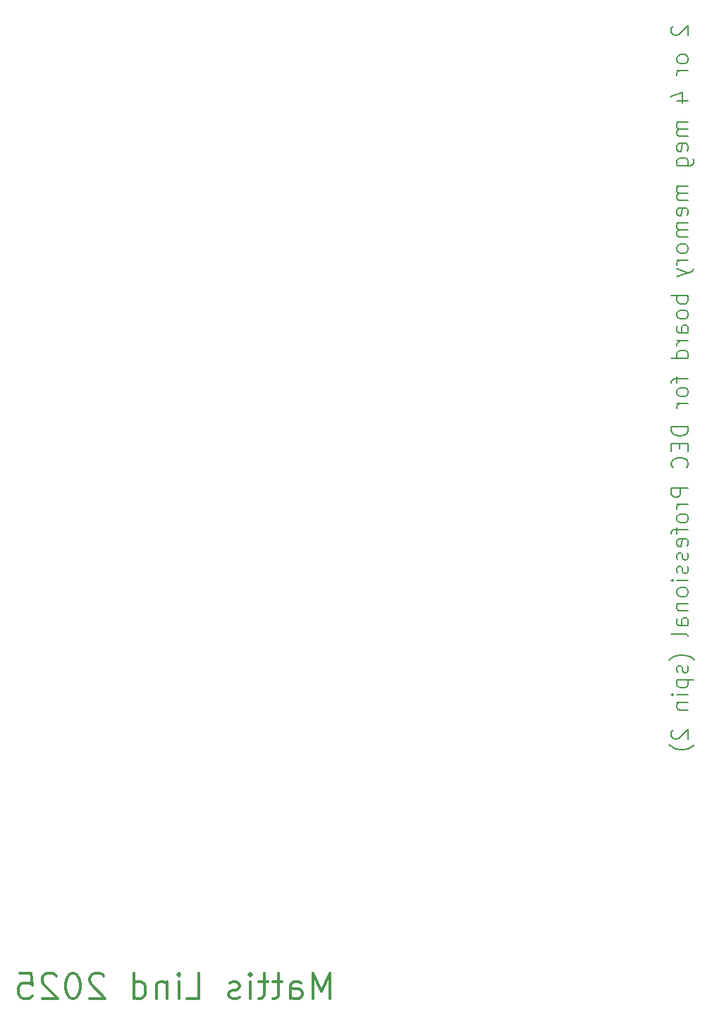
<source format=gbr>
%TF.GenerationSoftware,KiCad,Pcbnew,8.0.8*%
%TF.CreationDate,2025-08-07T21:20:29+02:00*%
%TF.ProjectId,DECPROMEM,44454350-524f-44d4-954d-2e6b69636164,rev?*%
%TF.SameCoordinates,Original*%
%TF.FileFunction,Legend,Bot*%
%TF.FilePolarity,Positive*%
%FSLAX46Y46*%
G04 Gerber Fmt 4.6, Leading zero omitted, Abs format (unit mm)*
G04 Created by KiCad (PCBNEW 8.0.8) date 2025-08-07 21:20:29*
%MOMM*%
%LPD*%
G01*
G04 APERTURE LIST*
%ADD10C,0.300000*%
%ADD11C,0.200000*%
G04 APERTURE END LIST*
D10*
X351945146Y-235481657D02*
X351945146Y-232481657D01*
X351945146Y-232481657D02*
X350945146Y-234624514D01*
X350945146Y-234624514D02*
X349945146Y-232481657D01*
X349945146Y-232481657D02*
X349945146Y-235481657D01*
X347230861Y-235481657D02*
X347230861Y-233910228D01*
X347230861Y-233910228D02*
X347373718Y-233624514D01*
X347373718Y-233624514D02*
X347659432Y-233481657D01*
X347659432Y-233481657D02*
X348230861Y-233481657D01*
X348230861Y-233481657D02*
X348516575Y-233624514D01*
X347230861Y-235338800D02*
X347516575Y-235481657D01*
X347516575Y-235481657D02*
X348230861Y-235481657D01*
X348230861Y-235481657D02*
X348516575Y-235338800D01*
X348516575Y-235338800D02*
X348659432Y-235053085D01*
X348659432Y-235053085D02*
X348659432Y-234767371D01*
X348659432Y-234767371D02*
X348516575Y-234481657D01*
X348516575Y-234481657D02*
X348230861Y-234338800D01*
X348230861Y-234338800D02*
X347516575Y-234338800D01*
X347516575Y-234338800D02*
X347230861Y-234195942D01*
X346230860Y-233481657D02*
X345088003Y-233481657D01*
X345802289Y-232481657D02*
X345802289Y-235053085D01*
X345802289Y-235053085D02*
X345659432Y-235338800D01*
X345659432Y-235338800D02*
X345373717Y-235481657D01*
X345373717Y-235481657D02*
X345088003Y-235481657D01*
X344516574Y-233481657D02*
X343373717Y-233481657D01*
X344088003Y-232481657D02*
X344088003Y-235053085D01*
X344088003Y-235053085D02*
X343945146Y-235338800D01*
X343945146Y-235338800D02*
X343659431Y-235481657D01*
X343659431Y-235481657D02*
X343373717Y-235481657D01*
X342373717Y-235481657D02*
X342373717Y-233481657D01*
X342373717Y-232481657D02*
X342516574Y-232624514D01*
X342516574Y-232624514D02*
X342373717Y-232767371D01*
X342373717Y-232767371D02*
X342230860Y-232624514D01*
X342230860Y-232624514D02*
X342373717Y-232481657D01*
X342373717Y-232481657D02*
X342373717Y-232767371D01*
X341088003Y-235338800D02*
X340802289Y-235481657D01*
X340802289Y-235481657D02*
X340230860Y-235481657D01*
X340230860Y-235481657D02*
X339945146Y-235338800D01*
X339945146Y-235338800D02*
X339802289Y-235053085D01*
X339802289Y-235053085D02*
X339802289Y-234910228D01*
X339802289Y-234910228D02*
X339945146Y-234624514D01*
X339945146Y-234624514D02*
X340230860Y-234481657D01*
X340230860Y-234481657D02*
X340659432Y-234481657D01*
X340659432Y-234481657D02*
X340945146Y-234338800D01*
X340945146Y-234338800D02*
X341088003Y-234053085D01*
X341088003Y-234053085D02*
X341088003Y-233910228D01*
X341088003Y-233910228D02*
X340945146Y-233624514D01*
X340945146Y-233624514D02*
X340659432Y-233481657D01*
X340659432Y-233481657D02*
X340230860Y-233481657D01*
X340230860Y-233481657D02*
X339945146Y-233624514D01*
X334802289Y-235481657D02*
X336230861Y-235481657D01*
X336230861Y-235481657D02*
X336230861Y-232481657D01*
X333802290Y-235481657D02*
X333802290Y-233481657D01*
X333802290Y-232481657D02*
X333945147Y-232624514D01*
X333945147Y-232624514D02*
X333802290Y-232767371D01*
X333802290Y-232767371D02*
X333659433Y-232624514D01*
X333659433Y-232624514D02*
X333802290Y-232481657D01*
X333802290Y-232481657D02*
X333802290Y-232767371D01*
X332373719Y-233481657D02*
X332373719Y-235481657D01*
X332373719Y-233767371D02*
X332230862Y-233624514D01*
X332230862Y-233624514D02*
X331945147Y-233481657D01*
X331945147Y-233481657D02*
X331516576Y-233481657D01*
X331516576Y-233481657D02*
X331230862Y-233624514D01*
X331230862Y-233624514D02*
X331088005Y-233910228D01*
X331088005Y-233910228D02*
X331088005Y-235481657D01*
X328373719Y-235481657D02*
X328373719Y-232481657D01*
X328373719Y-235338800D02*
X328659433Y-235481657D01*
X328659433Y-235481657D02*
X329230861Y-235481657D01*
X329230861Y-235481657D02*
X329516576Y-235338800D01*
X329516576Y-235338800D02*
X329659433Y-235195942D01*
X329659433Y-235195942D02*
X329802290Y-234910228D01*
X329802290Y-234910228D02*
X329802290Y-234053085D01*
X329802290Y-234053085D02*
X329659433Y-233767371D01*
X329659433Y-233767371D02*
X329516576Y-233624514D01*
X329516576Y-233624514D02*
X329230861Y-233481657D01*
X329230861Y-233481657D02*
X328659433Y-233481657D01*
X328659433Y-233481657D02*
X328373719Y-233624514D01*
X324802290Y-232767371D02*
X324659433Y-232624514D01*
X324659433Y-232624514D02*
X324373719Y-232481657D01*
X324373719Y-232481657D02*
X323659433Y-232481657D01*
X323659433Y-232481657D02*
X323373719Y-232624514D01*
X323373719Y-232624514D02*
X323230861Y-232767371D01*
X323230861Y-232767371D02*
X323088004Y-233053085D01*
X323088004Y-233053085D02*
X323088004Y-233338800D01*
X323088004Y-233338800D02*
X323230861Y-233767371D01*
X323230861Y-233767371D02*
X324945147Y-235481657D01*
X324945147Y-235481657D02*
X323088004Y-235481657D01*
X321230861Y-232481657D02*
X320945147Y-232481657D01*
X320945147Y-232481657D02*
X320659433Y-232624514D01*
X320659433Y-232624514D02*
X320516576Y-232767371D01*
X320516576Y-232767371D02*
X320373718Y-233053085D01*
X320373718Y-233053085D02*
X320230861Y-233624514D01*
X320230861Y-233624514D02*
X320230861Y-234338800D01*
X320230861Y-234338800D02*
X320373718Y-234910228D01*
X320373718Y-234910228D02*
X320516576Y-235195942D01*
X320516576Y-235195942D02*
X320659433Y-235338800D01*
X320659433Y-235338800D02*
X320945147Y-235481657D01*
X320945147Y-235481657D02*
X321230861Y-235481657D01*
X321230861Y-235481657D02*
X321516576Y-235338800D01*
X321516576Y-235338800D02*
X321659433Y-235195942D01*
X321659433Y-235195942D02*
X321802290Y-234910228D01*
X321802290Y-234910228D02*
X321945147Y-234338800D01*
X321945147Y-234338800D02*
X321945147Y-233624514D01*
X321945147Y-233624514D02*
X321802290Y-233053085D01*
X321802290Y-233053085D02*
X321659433Y-232767371D01*
X321659433Y-232767371D02*
X321516576Y-232624514D01*
X321516576Y-232624514D02*
X321230861Y-232481657D01*
X319088004Y-232767371D02*
X318945147Y-232624514D01*
X318945147Y-232624514D02*
X318659433Y-232481657D01*
X318659433Y-232481657D02*
X317945147Y-232481657D01*
X317945147Y-232481657D02*
X317659433Y-232624514D01*
X317659433Y-232624514D02*
X317516575Y-232767371D01*
X317516575Y-232767371D02*
X317373718Y-233053085D01*
X317373718Y-233053085D02*
X317373718Y-233338800D01*
X317373718Y-233338800D02*
X317516575Y-233767371D01*
X317516575Y-233767371D02*
X319230861Y-235481657D01*
X319230861Y-235481657D02*
X317373718Y-235481657D01*
X314659432Y-232481657D02*
X316088004Y-232481657D01*
X316088004Y-232481657D02*
X316230861Y-233910228D01*
X316230861Y-233910228D02*
X316088004Y-233767371D01*
X316088004Y-233767371D02*
X315802290Y-233624514D01*
X315802290Y-233624514D02*
X315088004Y-233624514D01*
X315088004Y-233624514D02*
X314802290Y-233767371D01*
X314802290Y-233767371D02*
X314659432Y-233910228D01*
X314659432Y-233910228D02*
X314516575Y-234195942D01*
X314516575Y-234195942D02*
X314516575Y-234910228D01*
X314516575Y-234910228D02*
X314659432Y-235195942D01*
X314659432Y-235195942D02*
X314802290Y-235338800D01*
X314802290Y-235338800D02*
X315088004Y-235481657D01*
X315088004Y-235481657D02*
X315802290Y-235481657D01*
X315802290Y-235481657D02*
X316088004Y-235338800D01*
X316088004Y-235338800D02*
X316230861Y-235195942D01*
D11*
X393159314Y-118749530D02*
X393064076Y-118844768D01*
X393064076Y-118844768D02*
X392968838Y-119035244D01*
X392968838Y-119035244D02*
X392968838Y-119511435D01*
X392968838Y-119511435D02*
X393064076Y-119701911D01*
X393064076Y-119701911D02*
X393159314Y-119797149D01*
X393159314Y-119797149D02*
X393349790Y-119892387D01*
X393349790Y-119892387D02*
X393540266Y-119892387D01*
X393540266Y-119892387D02*
X393825980Y-119797149D01*
X393825980Y-119797149D02*
X394968838Y-118654292D01*
X394968838Y-118654292D02*
X394968838Y-119892387D01*
X394968838Y-122559054D02*
X394873600Y-122368578D01*
X394873600Y-122368578D02*
X394778361Y-122273340D01*
X394778361Y-122273340D02*
X394587885Y-122178102D01*
X394587885Y-122178102D02*
X394016457Y-122178102D01*
X394016457Y-122178102D02*
X393825980Y-122273340D01*
X393825980Y-122273340D02*
X393730742Y-122368578D01*
X393730742Y-122368578D02*
X393635504Y-122559054D01*
X393635504Y-122559054D02*
X393635504Y-122844769D01*
X393635504Y-122844769D02*
X393730742Y-123035245D01*
X393730742Y-123035245D02*
X393825980Y-123130483D01*
X393825980Y-123130483D02*
X394016457Y-123225721D01*
X394016457Y-123225721D02*
X394587885Y-123225721D01*
X394587885Y-123225721D02*
X394778361Y-123130483D01*
X394778361Y-123130483D02*
X394873600Y-123035245D01*
X394873600Y-123035245D02*
X394968838Y-122844769D01*
X394968838Y-122844769D02*
X394968838Y-122559054D01*
X394968838Y-124082864D02*
X393635504Y-124082864D01*
X394016457Y-124082864D02*
X393825980Y-124178102D01*
X393825980Y-124178102D02*
X393730742Y-124273340D01*
X393730742Y-124273340D02*
X393635504Y-124463816D01*
X393635504Y-124463816D02*
X393635504Y-124654293D01*
X393635504Y-127701912D02*
X394968838Y-127701912D01*
X392873600Y-127225721D02*
X394302171Y-126749531D01*
X394302171Y-126749531D02*
X394302171Y-127987626D01*
X394968838Y-130273341D02*
X393635504Y-130273341D01*
X393825980Y-130273341D02*
X393730742Y-130368579D01*
X393730742Y-130368579D02*
X393635504Y-130559055D01*
X393635504Y-130559055D02*
X393635504Y-130844770D01*
X393635504Y-130844770D02*
X393730742Y-131035246D01*
X393730742Y-131035246D02*
X393921219Y-131130484D01*
X393921219Y-131130484D02*
X394968838Y-131130484D01*
X393921219Y-131130484D02*
X393730742Y-131225722D01*
X393730742Y-131225722D02*
X393635504Y-131416198D01*
X393635504Y-131416198D02*
X393635504Y-131701912D01*
X393635504Y-131701912D02*
X393730742Y-131892389D01*
X393730742Y-131892389D02*
X393921219Y-131987627D01*
X393921219Y-131987627D02*
X394968838Y-131987627D01*
X394873600Y-133701913D02*
X394968838Y-133511437D01*
X394968838Y-133511437D02*
X394968838Y-133130484D01*
X394968838Y-133130484D02*
X394873600Y-132940008D01*
X394873600Y-132940008D02*
X394683123Y-132844770D01*
X394683123Y-132844770D02*
X393921219Y-132844770D01*
X393921219Y-132844770D02*
X393730742Y-132940008D01*
X393730742Y-132940008D02*
X393635504Y-133130484D01*
X393635504Y-133130484D02*
X393635504Y-133511437D01*
X393635504Y-133511437D02*
X393730742Y-133701913D01*
X393730742Y-133701913D02*
X393921219Y-133797151D01*
X393921219Y-133797151D02*
X394111695Y-133797151D01*
X394111695Y-133797151D02*
X394302171Y-132844770D01*
X393635504Y-135511437D02*
X395254552Y-135511437D01*
X395254552Y-135511437D02*
X395445028Y-135416199D01*
X395445028Y-135416199D02*
X395540266Y-135320961D01*
X395540266Y-135320961D02*
X395635504Y-135130484D01*
X395635504Y-135130484D02*
X395635504Y-134844770D01*
X395635504Y-134844770D02*
X395540266Y-134654294D01*
X394873600Y-135511437D02*
X394968838Y-135320961D01*
X394968838Y-135320961D02*
X394968838Y-134940008D01*
X394968838Y-134940008D02*
X394873600Y-134749532D01*
X394873600Y-134749532D02*
X394778361Y-134654294D01*
X394778361Y-134654294D02*
X394587885Y-134559056D01*
X394587885Y-134559056D02*
X394016457Y-134559056D01*
X394016457Y-134559056D02*
X393825980Y-134654294D01*
X393825980Y-134654294D02*
X393730742Y-134749532D01*
X393730742Y-134749532D02*
X393635504Y-134940008D01*
X393635504Y-134940008D02*
X393635504Y-135320961D01*
X393635504Y-135320961D02*
X393730742Y-135511437D01*
X394968838Y-137987628D02*
X393635504Y-137987628D01*
X393825980Y-137987628D02*
X393730742Y-138082866D01*
X393730742Y-138082866D02*
X393635504Y-138273342D01*
X393635504Y-138273342D02*
X393635504Y-138559057D01*
X393635504Y-138559057D02*
X393730742Y-138749533D01*
X393730742Y-138749533D02*
X393921219Y-138844771D01*
X393921219Y-138844771D02*
X394968838Y-138844771D01*
X393921219Y-138844771D02*
X393730742Y-138940009D01*
X393730742Y-138940009D02*
X393635504Y-139130485D01*
X393635504Y-139130485D02*
X393635504Y-139416199D01*
X393635504Y-139416199D02*
X393730742Y-139606676D01*
X393730742Y-139606676D02*
X393921219Y-139701914D01*
X393921219Y-139701914D02*
X394968838Y-139701914D01*
X394873600Y-141416200D02*
X394968838Y-141225724D01*
X394968838Y-141225724D02*
X394968838Y-140844771D01*
X394968838Y-140844771D02*
X394873600Y-140654295D01*
X394873600Y-140654295D02*
X394683123Y-140559057D01*
X394683123Y-140559057D02*
X393921219Y-140559057D01*
X393921219Y-140559057D02*
X393730742Y-140654295D01*
X393730742Y-140654295D02*
X393635504Y-140844771D01*
X393635504Y-140844771D02*
X393635504Y-141225724D01*
X393635504Y-141225724D02*
X393730742Y-141416200D01*
X393730742Y-141416200D02*
X393921219Y-141511438D01*
X393921219Y-141511438D02*
X394111695Y-141511438D01*
X394111695Y-141511438D02*
X394302171Y-140559057D01*
X394968838Y-142368581D02*
X393635504Y-142368581D01*
X393825980Y-142368581D02*
X393730742Y-142463819D01*
X393730742Y-142463819D02*
X393635504Y-142654295D01*
X393635504Y-142654295D02*
X393635504Y-142940010D01*
X393635504Y-142940010D02*
X393730742Y-143130486D01*
X393730742Y-143130486D02*
X393921219Y-143225724D01*
X393921219Y-143225724D02*
X394968838Y-143225724D01*
X393921219Y-143225724D02*
X393730742Y-143320962D01*
X393730742Y-143320962D02*
X393635504Y-143511438D01*
X393635504Y-143511438D02*
X393635504Y-143797152D01*
X393635504Y-143797152D02*
X393730742Y-143987629D01*
X393730742Y-143987629D02*
X393921219Y-144082867D01*
X393921219Y-144082867D02*
X394968838Y-144082867D01*
X394968838Y-145320962D02*
X394873600Y-145130486D01*
X394873600Y-145130486D02*
X394778361Y-145035248D01*
X394778361Y-145035248D02*
X394587885Y-144940010D01*
X394587885Y-144940010D02*
X394016457Y-144940010D01*
X394016457Y-144940010D02*
X393825980Y-145035248D01*
X393825980Y-145035248D02*
X393730742Y-145130486D01*
X393730742Y-145130486D02*
X393635504Y-145320962D01*
X393635504Y-145320962D02*
X393635504Y-145606677D01*
X393635504Y-145606677D02*
X393730742Y-145797153D01*
X393730742Y-145797153D02*
X393825980Y-145892391D01*
X393825980Y-145892391D02*
X394016457Y-145987629D01*
X394016457Y-145987629D02*
X394587885Y-145987629D01*
X394587885Y-145987629D02*
X394778361Y-145892391D01*
X394778361Y-145892391D02*
X394873600Y-145797153D01*
X394873600Y-145797153D02*
X394968838Y-145606677D01*
X394968838Y-145606677D02*
X394968838Y-145320962D01*
X394968838Y-146844772D02*
X393635504Y-146844772D01*
X394016457Y-146844772D02*
X393825980Y-146940010D01*
X393825980Y-146940010D02*
X393730742Y-147035248D01*
X393730742Y-147035248D02*
X393635504Y-147225724D01*
X393635504Y-147225724D02*
X393635504Y-147416201D01*
X393635504Y-147892391D02*
X394968838Y-148368581D01*
X393635504Y-148844772D02*
X394968838Y-148368581D01*
X394968838Y-148368581D02*
X395445028Y-148178105D01*
X395445028Y-148178105D02*
X395540266Y-148082867D01*
X395540266Y-148082867D02*
X395635504Y-147892391D01*
X394968838Y-151130487D02*
X392968838Y-151130487D01*
X393730742Y-151130487D02*
X393635504Y-151320963D01*
X393635504Y-151320963D02*
X393635504Y-151701916D01*
X393635504Y-151701916D02*
X393730742Y-151892392D01*
X393730742Y-151892392D02*
X393825980Y-151987630D01*
X393825980Y-151987630D02*
X394016457Y-152082868D01*
X394016457Y-152082868D02*
X394587885Y-152082868D01*
X394587885Y-152082868D02*
X394778361Y-151987630D01*
X394778361Y-151987630D02*
X394873600Y-151892392D01*
X394873600Y-151892392D02*
X394968838Y-151701916D01*
X394968838Y-151701916D02*
X394968838Y-151320963D01*
X394968838Y-151320963D02*
X394873600Y-151130487D01*
X394968838Y-153225725D02*
X394873600Y-153035249D01*
X394873600Y-153035249D02*
X394778361Y-152940011D01*
X394778361Y-152940011D02*
X394587885Y-152844773D01*
X394587885Y-152844773D02*
X394016457Y-152844773D01*
X394016457Y-152844773D02*
X393825980Y-152940011D01*
X393825980Y-152940011D02*
X393730742Y-153035249D01*
X393730742Y-153035249D02*
X393635504Y-153225725D01*
X393635504Y-153225725D02*
X393635504Y-153511440D01*
X393635504Y-153511440D02*
X393730742Y-153701916D01*
X393730742Y-153701916D02*
X393825980Y-153797154D01*
X393825980Y-153797154D02*
X394016457Y-153892392D01*
X394016457Y-153892392D02*
X394587885Y-153892392D01*
X394587885Y-153892392D02*
X394778361Y-153797154D01*
X394778361Y-153797154D02*
X394873600Y-153701916D01*
X394873600Y-153701916D02*
X394968838Y-153511440D01*
X394968838Y-153511440D02*
X394968838Y-153225725D01*
X394968838Y-155606678D02*
X393921219Y-155606678D01*
X393921219Y-155606678D02*
X393730742Y-155511440D01*
X393730742Y-155511440D02*
X393635504Y-155320964D01*
X393635504Y-155320964D02*
X393635504Y-154940011D01*
X393635504Y-154940011D02*
X393730742Y-154749535D01*
X394873600Y-155606678D02*
X394968838Y-155416202D01*
X394968838Y-155416202D02*
X394968838Y-154940011D01*
X394968838Y-154940011D02*
X394873600Y-154749535D01*
X394873600Y-154749535D02*
X394683123Y-154654297D01*
X394683123Y-154654297D02*
X394492647Y-154654297D01*
X394492647Y-154654297D02*
X394302171Y-154749535D01*
X394302171Y-154749535D02*
X394206933Y-154940011D01*
X394206933Y-154940011D02*
X394206933Y-155416202D01*
X394206933Y-155416202D02*
X394111695Y-155606678D01*
X394968838Y-156559059D02*
X393635504Y-156559059D01*
X394016457Y-156559059D02*
X393825980Y-156654297D01*
X393825980Y-156654297D02*
X393730742Y-156749535D01*
X393730742Y-156749535D02*
X393635504Y-156940011D01*
X393635504Y-156940011D02*
X393635504Y-157130488D01*
X394968838Y-158654297D02*
X392968838Y-158654297D01*
X394873600Y-158654297D02*
X394968838Y-158463821D01*
X394968838Y-158463821D02*
X394968838Y-158082868D01*
X394968838Y-158082868D02*
X394873600Y-157892392D01*
X394873600Y-157892392D02*
X394778361Y-157797154D01*
X394778361Y-157797154D02*
X394587885Y-157701916D01*
X394587885Y-157701916D02*
X394016457Y-157701916D01*
X394016457Y-157701916D02*
X393825980Y-157797154D01*
X393825980Y-157797154D02*
X393730742Y-157892392D01*
X393730742Y-157892392D02*
X393635504Y-158082868D01*
X393635504Y-158082868D02*
X393635504Y-158463821D01*
X393635504Y-158463821D02*
X393730742Y-158654297D01*
X393635504Y-160844774D02*
X393635504Y-161606678D01*
X394968838Y-161130488D02*
X393254552Y-161130488D01*
X393254552Y-161130488D02*
X393064076Y-161225726D01*
X393064076Y-161225726D02*
X392968838Y-161416202D01*
X392968838Y-161416202D02*
X392968838Y-161606678D01*
X394968838Y-162559059D02*
X394873600Y-162368583D01*
X394873600Y-162368583D02*
X394778361Y-162273345D01*
X394778361Y-162273345D02*
X394587885Y-162178107D01*
X394587885Y-162178107D02*
X394016457Y-162178107D01*
X394016457Y-162178107D02*
X393825980Y-162273345D01*
X393825980Y-162273345D02*
X393730742Y-162368583D01*
X393730742Y-162368583D02*
X393635504Y-162559059D01*
X393635504Y-162559059D02*
X393635504Y-162844774D01*
X393635504Y-162844774D02*
X393730742Y-163035250D01*
X393730742Y-163035250D02*
X393825980Y-163130488D01*
X393825980Y-163130488D02*
X394016457Y-163225726D01*
X394016457Y-163225726D02*
X394587885Y-163225726D01*
X394587885Y-163225726D02*
X394778361Y-163130488D01*
X394778361Y-163130488D02*
X394873600Y-163035250D01*
X394873600Y-163035250D02*
X394968838Y-162844774D01*
X394968838Y-162844774D02*
X394968838Y-162559059D01*
X394968838Y-164082869D02*
X393635504Y-164082869D01*
X394016457Y-164082869D02*
X393825980Y-164178107D01*
X393825980Y-164178107D02*
X393730742Y-164273345D01*
X393730742Y-164273345D02*
X393635504Y-164463821D01*
X393635504Y-164463821D02*
X393635504Y-164654298D01*
X394968838Y-166844774D02*
X392968838Y-166844774D01*
X392968838Y-166844774D02*
X392968838Y-167320964D01*
X392968838Y-167320964D02*
X393064076Y-167606679D01*
X393064076Y-167606679D02*
X393254552Y-167797155D01*
X393254552Y-167797155D02*
X393445028Y-167892393D01*
X393445028Y-167892393D02*
X393825980Y-167987631D01*
X393825980Y-167987631D02*
X394111695Y-167987631D01*
X394111695Y-167987631D02*
X394492647Y-167892393D01*
X394492647Y-167892393D02*
X394683123Y-167797155D01*
X394683123Y-167797155D02*
X394873600Y-167606679D01*
X394873600Y-167606679D02*
X394968838Y-167320964D01*
X394968838Y-167320964D02*
X394968838Y-166844774D01*
X393921219Y-168844774D02*
X393921219Y-169511441D01*
X394968838Y-169797155D02*
X394968838Y-168844774D01*
X394968838Y-168844774D02*
X392968838Y-168844774D01*
X392968838Y-168844774D02*
X392968838Y-169797155D01*
X394778361Y-171797155D02*
X394873600Y-171701917D01*
X394873600Y-171701917D02*
X394968838Y-171416203D01*
X394968838Y-171416203D02*
X394968838Y-171225727D01*
X394968838Y-171225727D02*
X394873600Y-170940012D01*
X394873600Y-170940012D02*
X394683123Y-170749536D01*
X394683123Y-170749536D02*
X394492647Y-170654298D01*
X394492647Y-170654298D02*
X394111695Y-170559060D01*
X394111695Y-170559060D02*
X393825980Y-170559060D01*
X393825980Y-170559060D02*
X393445028Y-170654298D01*
X393445028Y-170654298D02*
X393254552Y-170749536D01*
X393254552Y-170749536D02*
X393064076Y-170940012D01*
X393064076Y-170940012D02*
X392968838Y-171225727D01*
X392968838Y-171225727D02*
X392968838Y-171416203D01*
X392968838Y-171416203D02*
X393064076Y-171701917D01*
X393064076Y-171701917D02*
X393159314Y-171797155D01*
X394968838Y-174178108D02*
X392968838Y-174178108D01*
X392968838Y-174178108D02*
X392968838Y-174940013D01*
X392968838Y-174940013D02*
X393064076Y-175130489D01*
X393064076Y-175130489D02*
X393159314Y-175225727D01*
X393159314Y-175225727D02*
X393349790Y-175320965D01*
X393349790Y-175320965D02*
X393635504Y-175320965D01*
X393635504Y-175320965D02*
X393825980Y-175225727D01*
X393825980Y-175225727D02*
X393921219Y-175130489D01*
X393921219Y-175130489D02*
X394016457Y-174940013D01*
X394016457Y-174940013D02*
X394016457Y-174178108D01*
X394968838Y-176178108D02*
X393635504Y-176178108D01*
X394016457Y-176178108D02*
X393825980Y-176273346D01*
X393825980Y-176273346D02*
X393730742Y-176368584D01*
X393730742Y-176368584D02*
X393635504Y-176559060D01*
X393635504Y-176559060D02*
X393635504Y-176749537D01*
X394968838Y-177701917D02*
X394873600Y-177511441D01*
X394873600Y-177511441D02*
X394778361Y-177416203D01*
X394778361Y-177416203D02*
X394587885Y-177320965D01*
X394587885Y-177320965D02*
X394016457Y-177320965D01*
X394016457Y-177320965D02*
X393825980Y-177416203D01*
X393825980Y-177416203D02*
X393730742Y-177511441D01*
X393730742Y-177511441D02*
X393635504Y-177701917D01*
X393635504Y-177701917D02*
X393635504Y-177987632D01*
X393635504Y-177987632D02*
X393730742Y-178178108D01*
X393730742Y-178178108D02*
X393825980Y-178273346D01*
X393825980Y-178273346D02*
X394016457Y-178368584D01*
X394016457Y-178368584D02*
X394587885Y-178368584D01*
X394587885Y-178368584D02*
X394778361Y-178273346D01*
X394778361Y-178273346D02*
X394873600Y-178178108D01*
X394873600Y-178178108D02*
X394968838Y-177987632D01*
X394968838Y-177987632D02*
X394968838Y-177701917D01*
X393635504Y-178940013D02*
X393635504Y-179701917D01*
X394968838Y-179225727D02*
X393254552Y-179225727D01*
X393254552Y-179225727D02*
X393064076Y-179320965D01*
X393064076Y-179320965D02*
X392968838Y-179511441D01*
X392968838Y-179511441D02*
X392968838Y-179701917D01*
X394873600Y-181130489D02*
X394968838Y-180940013D01*
X394968838Y-180940013D02*
X394968838Y-180559060D01*
X394968838Y-180559060D02*
X394873600Y-180368584D01*
X394873600Y-180368584D02*
X394683123Y-180273346D01*
X394683123Y-180273346D02*
X393921219Y-180273346D01*
X393921219Y-180273346D02*
X393730742Y-180368584D01*
X393730742Y-180368584D02*
X393635504Y-180559060D01*
X393635504Y-180559060D02*
X393635504Y-180940013D01*
X393635504Y-180940013D02*
X393730742Y-181130489D01*
X393730742Y-181130489D02*
X393921219Y-181225727D01*
X393921219Y-181225727D02*
X394111695Y-181225727D01*
X394111695Y-181225727D02*
X394302171Y-180273346D01*
X394873600Y-181987632D02*
X394968838Y-182178108D01*
X394968838Y-182178108D02*
X394968838Y-182559060D01*
X394968838Y-182559060D02*
X394873600Y-182749537D01*
X394873600Y-182749537D02*
X394683123Y-182844775D01*
X394683123Y-182844775D02*
X394587885Y-182844775D01*
X394587885Y-182844775D02*
X394397409Y-182749537D01*
X394397409Y-182749537D02*
X394302171Y-182559060D01*
X394302171Y-182559060D02*
X394302171Y-182273346D01*
X394302171Y-182273346D02*
X394206933Y-182082870D01*
X394206933Y-182082870D02*
X394016457Y-181987632D01*
X394016457Y-181987632D02*
X393921219Y-181987632D01*
X393921219Y-181987632D02*
X393730742Y-182082870D01*
X393730742Y-182082870D02*
X393635504Y-182273346D01*
X393635504Y-182273346D02*
X393635504Y-182559060D01*
X393635504Y-182559060D02*
X393730742Y-182749537D01*
X394873600Y-183606680D02*
X394968838Y-183797156D01*
X394968838Y-183797156D02*
X394968838Y-184178108D01*
X394968838Y-184178108D02*
X394873600Y-184368585D01*
X394873600Y-184368585D02*
X394683123Y-184463823D01*
X394683123Y-184463823D02*
X394587885Y-184463823D01*
X394587885Y-184463823D02*
X394397409Y-184368585D01*
X394397409Y-184368585D02*
X394302171Y-184178108D01*
X394302171Y-184178108D02*
X394302171Y-183892394D01*
X394302171Y-183892394D02*
X394206933Y-183701918D01*
X394206933Y-183701918D02*
X394016457Y-183606680D01*
X394016457Y-183606680D02*
X393921219Y-183606680D01*
X393921219Y-183606680D02*
X393730742Y-183701918D01*
X393730742Y-183701918D02*
X393635504Y-183892394D01*
X393635504Y-183892394D02*
X393635504Y-184178108D01*
X393635504Y-184178108D02*
X393730742Y-184368585D01*
X394968838Y-185320966D02*
X393635504Y-185320966D01*
X392968838Y-185320966D02*
X393064076Y-185225728D01*
X393064076Y-185225728D02*
X393159314Y-185320966D01*
X393159314Y-185320966D02*
X393064076Y-185416204D01*
X393064076Y-185416204D02*
X392968838Y-185320966D01*
X392968838Y-185320966D02*
X393159314Y-185320966D01*
X394968838Y-186559061D02*
X394873600Y-186368585D01*
X394873600Y-186368585D02*
X394778361Y-186273347D01*
X394778361Y-186273347D02*
X394587885Y-186178109D01*
X394587885Y-186178109D02*
X394016457Y-186178109D01*
X394016457Y-186178109D02*
X393825980Y-186273347D01*
X393825980Y-186273347D02*
X393730742Y-186368585D01*
X393730742Y-186368585D02*
X393635504Y-186559061D01*
X393635504Y-186559061D02*
X393635504Y-186844776D01*
X393635504Y-186844776D02*
X393730742Y-187035252D01*
X393730742Y-187035252D02*
X393825980Y-187130490D01*
X393825980Y-187130490D02*
X394016457Y-187225728D01*
X394016457Y-187225728D02*
X394587885Y-187225728D01*
X394587885Y-187225728D02*
X394778361Y-187130490D01*
X394778361Y-187130490D02*
X394873600Y-187035252D01*
X394873600Y-187035252D02*
X394968838Y-186844776D01*
X394968838Y-186844776D02*
X394968838Y-186559061D01*
X393635504Y-188082871D02*
X394968838Y-188082871D01*
X393825980Y-188082871D02*
X393730742Y-188178109D01*
X393730742Y-188178109D02*
X393635504Y-188368585D01*
X393635504Y-188368585D02*
X393635504Y-188654300D01*
X393635504Y-188654300D02*
X393730742Y-188844776D01*
X393730742Y-188844776D02*
X393921219Y-188940014D01*
X393921219Y-188940014D02*
X394968838Y-188940014D01*
X394968838Y-190749538D02*
X393921219Y-190749538D01*
X393921219Y-190749538D02*
X393730742Y-190654300D01*
X393730742Y-190654300D02*
X393635504Y-190463824D01*
X393635504Y-190463824D02*
X393635504Y-190082871D01*
X393635504Y-190082871D02*
X393730742Y-189892395D01*
X394873600Y-190749538D02*
X394968838Y-190559062D01*
X394968838Y-190559062D02*
X394968838Y-190082871D01*
X394968838Y-190082871D02*
X394873600Y-189892395D01*
X394873600Y-189892395D02*
X394683123Y-189797157D01*
X394683123Y-189797157D02*
X394492647Y-189797157D01*
X394492647Y-189797157D02*
X394302171Y-189892395D01*
X394302171Y-189892395D02*
X394206933Y-190082871D01*
X394206933Y-190082871D02*
X394206933Y-190559062D01*
X394206933Y-190559062D02*
X394111695Y-190749538D01*
X394968838Y-191987633D02*
X394873600Y-191797157D01*
X394873600Y-191797157D02*
X394683123Y-191701919D01*
X394683123Y-191701919D02*
X392968838Y-191701919D01*
X395730742Y-194844777D02*
X395635504Y-194749538D01*
X395635504Y-194749538D02*
X395349790Y-194559062D01*
X395349790Y-194559062D02*
X395159314Y-194463824D01*
X395159314Y-194463824D02*
X394873600Y-194368586D01*
X394873600Y-194368586D02*
X394397409Y-194273348D01*
X394397409Y-194273348D02*
X394016457Y-194273348D01*
X394016457Y-194273348D02*
X393540266Y-194368586D01*
X393540266Y-194368586D02*
X393254552Y-194463824D01*
X393254552Y-194463824D02*
X393064076Y-194559062D01*
X393064076Y-194559062D02*
X392778361Y-194749538D01*
X392778361Y-194749538D02*
X392683123Y-194844777D01*
X394873600Y-195511443D02*
X394968838Y-195701919D01*
X394968838Y-195701919D02*
X394968838Y-196082871D01*
X394968838Y-196082871D02*
X394873600Y-196273348D01*
X394873600Y-196273348D02*
X394683123Y-196368586D01*
X394683123Y-196368586D02*
X394587885Y-196368586D01*
X394587885Y-196368586D02*
X394397409Y-196273348D01*
X394397409Y-196273348D02*
X394302171Y-196082871D01*
X394302171Y-196082871D02*
X394302171Y-195797157D01*
X394302171Y-195797157D02*
X394206933Y-195606681D01*
X394206933Y-195606681D02*
X394016457Y-195511443D01*
X394016457Y-195511443D02*
X393921219Y-195511443D01*
X393921219Y-195511443D02*
X393730742Y-195606681D01*
X393730742Y-195606681D02*
X393635504Y-195797157D01*
X393635504Y-195797157D02*
X393635504Y-196082871D01*
X393635504Y-196082871D02*
X393730742Y-196273348D01*
X393635504Y-197225729D02*
X395635504Y-197225729D01*
X393730742Y-197225729D02*
X393635504Y-197416205D01*
X393635504Y-197416205D02*
X393635504Y-197797158D01*
X393635504Y-197797158D02*
X393730742Y-197987634D01*
X393730742Y-197987634D02*
X393825980Y-198082872D01*
X393825980Y-198082872D02*
X394016457Y-198178110D01*
X394016457Y-198178110D02*
X394587885Y-198178110D01*
X394587885Y-198178110D02*
X394778361Y-198082872D01*
X394778361Y-198082872D02*
X394873600Y-197987634D01*
X394873600Y-197987634D02*
X394968838Y-197797158D01*
X394968838Y-197797158D02*
X394968838Y-197416205D01*
X394968838Y-197416205D02*
X394873600Y-197225729D01*
X394968838Y-199035253D02*
X393635504Y-199035253D01*
X392968838Y-199035253D02*
X393064076Y-198940015D01*
X393064076Y-198940015D02*
X393159314Y-199035253D01*
X393159314Y-199035253D02*
X393064076Y-199130491D01*
X393064076Y-199130491D02*
X392968838Y-199035253D01*
X392968838Y-199035253D02*
X393159314Y-199035253D01*
X393635504Y-199987634D02*
X394968838Y-199987634D01*
X393825980Y-199987634D02*
X393730742Y-200082872D01*
X393730742Y-200082872D02*
X393635504Y-200273348D01*
X393635504Y-200273348D02*
X393635504Y-200559063D01*
X393635504Y-200559063D02*
X393730742Y-200749539D01*
X393730742Y-200749539D02*
X393921219Y-200844777D01*
X393921219Y-200844777D02*
X394968838Y-200844777D01*
X393159314Y-203225730D02*
X393064076Y-203320968D01*
X393064076Y-203320968D02*
X392968838Y-203511444D01*
X392968838Y-203511444D02*
X392968838Y-203987635D01*
X392968838Y-203987635D02*
X393064076Y-204178111D01*
X393064076Y-204178111D02*
X393159314Y-204273349D01*
X393159314Y-204273349D02*
X393349790Y-204368587D01*
X393349790Y-204368587D02*
X393540266Y-204368587D01*
X393540266Y-204368587D02*
X393825980Y-204273349D01*
X393825980Y-204273349D02*
X394968838Y-203130492D01*
X394968838Y-203130492D02*
X394968838Y-204368587D01*
X395730742Y-205035254D02*
X395635504Y-205130492D01*
X395635504Y-205130492D02*
X395349790Y-205320968D01*
X395349790Y-205320968D02*
X395159314Y-205416206D01*
X395159314Y-205416206D02*
X394873600Y-205511444D01*
X394873600Y-205511444D02*
X394397409Y-205606682D01*
X394397409Y-205606682D02*
X394016457Y-205606682D01*
X394016457Y-205606682D02*
X393540266Y-205511444D01*
X393540266Y-205511444D02*
X393254552Y-205416206D01*
X393254552Y-205416206D02*
X393064076Y-205320968D01*
X393064076Y-205320968D02*
X392778361Y-205130492D01*
X392778361Y-205130492D02*
X392683123Y-205035254D01*
M02*

</source>
